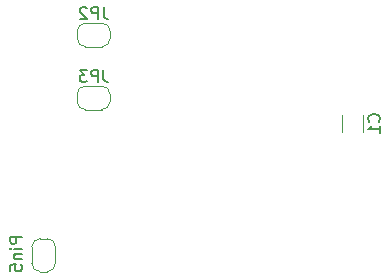
<source format=gbr>
%TF.GenerationSoftware,KiCad,Pcbnew,8.0.5-8.0.5-0~ubuntu22.04.1*%
%TF.CreationDate,2024-10-17T08:41:24+02:00*%
%TF.ProjectId,SerialSniffer_kicad,53657269-616c-4536-9e69-666665725f6b,rev?*%
%TF.SameCoordinates,Original*%
%TF.FileFunction,Legend,Bot*%
%TF.FilePolarity,Positive*%
%FSLAX46Y46*%
G04 Gerber Fmt 4.6, Leading zero omitted, Abs format (unit mm)*
G04 Created by KiCad (PCBNEW 8.0.5-8.0.5-0~ubuntu22.04.1) date 2024-10-17 08:41:24*
%MOMM*%
%LPD*%
G01*
G04 APERTURE LIST*
%ADD10C,0.150000*%
%ADD11C,0.120000*%
G04 APERTURE END LIST*
D10*
X84528819Y-96899429D02*
X83528819Y-96899429D01*
X83528819Y-96899429D02*
X83528819Y-97280381D01*
X83528819Y-97280381D02*
X83576438Y-97375619D01*
X83576438Y-97375619D02*
X83624057Y-97423238D01*
X83624057Y-97423238D02*
X83719295Y-97470857D01*
X83719295Y-97470857D02*
X83862152Y-97470857D01*
X83862152Y-97470857D02*
X83957390Y-97423238D01*
X83957390Y-97423238D02*
X84005009Y-97375619D01*
X84005009Y-97375619D02*
X84052628Y-97280381D01*
X84052628Y-97280381D02*
X84052628Y-96899429D01*
X84528819Y-97899429D02*
X83862152Y-97899429D01*
X83528819Y-97899429D02*
X83576438Y-97851810D01*
X83576438Y-97851810D02*
X83624057Y-97899429D01*
X83624057Y-97899429D02*
X83576438Y-97947048D01*
X83576438Y-97947048D02*
X83528819Y-97899429D01*
X83528819Y-97899429D02*
X83624057Y-97899429D01*
X83862152Y-98375619D02*
X84528819Y-98375619D01*
X83957390Y-98375619D02*
X83909771Y-98423238D01*
X83909771Y-98423238D02*
X83862152Y-98518476D01*
X83862152Y-98518476D02*
X83862152Y-98661333D01*
X83862152Y-98661333D02*
X83909771Y-98756571D01*
X83909771Y-98756571D02*
X84005009Y-98804190D01*
X84005009Y-98804190D02*
X84528819Y-98804190D01*
X83528819Y-99756571D02*
X83528819Y-99280381D01*
X83528819Y-99280381D02*
X84005009Y-99232762D01*
X84005009Y-99232762D02*
X83957390Y-99280381D01*
X83957390Y-99280381D02*
X83909771Y-99375619D01*
X83909771Y-99375619D02*
X83909771Y-99613714D01*
X83909771Y-99613714D02*
X83957390Y-99708952D01*
X83957390Y-99708952D02*
X84005009Y-99756571D01*
X84005009Y-99756571D02*
X84100247Y-99804190D01*
X84100247Y-99804190D02*
X84338342Y-99804190D01*
X84338342Y-99804190D02*
X84433580Y-99756571D01*
X84433580Y-99756571D02*
X84481200Y-99708952D01*
X84481200Y-99708952D02*
X84528819Y-99613714D01*
X84528819Y-99613714D02*
X84528819Y-99375619D01*
X84528819Y-99375619D02*
X84481200Y-99280381D01*
X84481200Y-99280381D02*
X84433580Y-99232762D01*
X91434333Y-77445819D02*
X91434333Y-78160104D01*
X91434333Y-78160104D02*
X91481952Y-78302961D01*
X91481952Y-78302961D02*
X91577190Y-78398200D01*
X91577190Y-78398200D02*
X91720047Y-78445819D01*
X91720047Y-78445819D02*
X91815285Y-78445819D01*
X90958142Y-78445819D02*
X90958142Y-77445819D01*
X90958142Y-77445819D02*
X90577190Y-77445819D01*
X90577190Y-77445819D02*
X90481952Y-77493438D01*
X90481952Y-77493438D02*
X90434333Y-77541057D01*
X90434333Y-77541057D02*
X90386714Y-77636295D01*
X90386714Y-77636295D02*
X90386714Y-77779152D01*
X90386714Y-77779152D02*
X90434333Y-77874390D01*
X90434333Y-77874390D02*
X90481952Y-77922009D01*
X90481952Y-77922009D02*
X90577190Y-77969628D01*
X90577190Y-77969628D02*
X90958142Y-77969628D01*
X90005761Y-77541057D02*
X89958142Y-77493438D01*
X89958142Y-77493438D02*
X89862904Y-77445819D01*
X89862904Y-77445819D02*
X89624809Y-77445819D01*
X89624809Y-77445819D02*
X89529571Y-77493438D01*
X89529571Y-77493438D02*
X89481952Y-77541057D01*
X89481952Y-77541057D02*
X89434333Y-77636295D01*
X89434333Y-77636295D02*
X89434333Y-77731533D01*
X89434333Y-77731533D02*
X89481952Y-77874390D01*
X89481952Y-77874390D02*
X90053380Y-78445819D01*
X90053380Y-78445819D02*
X89434333Y-78445819D01*
X91419333Y-82779819D02*
X91419333Y-83494104D01*
X91419333Y-83494104D02*
X91466952Y-83636961D01*
X91466952Y-83636961D02*
X91562190Y-83732200D01*
X91562190Y-83732200D02*
X91705047Y-83779819D01*
X91705047Y-83779819D02*
X91800285Y-83779819D01*
X90943142Y-83779819D02*
X90943142Y-82779819D01*
X90943142Y-82779819D02*
X90562190Y-82779819D01*
X90562190Y-82779819D02*
X90466952Y-82827438D01*
X90466952Y-82827438D02*
X90419333Y-82875057D01*
X90419333Y-82875057D02*
X90371714Y-82970295D01*
X90371714Y-82970295D02*
X90371714Y-83113152D01*
X90371714Y-83113152D02*
X90419333Y-83208390D01*
X90419333Y-83208390D02*
X90466952Y-83256009D01*
X90466952Y-83256009D02*
X90562190Y-83303628D01*
X90562190Y-83303628D02*
X90943142Y-83303628D01*
X90038380Y-82779819D02*
X89419333Y-82779819D01*
X89419333Y-82779819D02*
X89752666Y-83160771D01*
X89752666Y-83160771D02*
X89609809Y-83160771D01*
X89609809Y-83160771D02*
X89514571Y-83208390D01*
X89514571Y-83208390D02*
X89466952Y-83256009D01*
X89466952Y-83256009D02*
X89419333Y-83351247D01*
X89419333Y-83351247D02*
X89419333Y-83589342D01*
X89419333Y-83589342D02*
X89466952Y-83684580D01*
X89466952Y-83684580D02*
X89514571Y-83732200D01*
X89514571Y-83732200D02*
X89609809Y-83779819D01*
X89609809Y-83779819D02*
X89895523Y-83779819D01*
X89895523Y-83779819D02*
X89990761Y-83732200D01*
X89990761Y-83732200D02*
X90038380Y-83684580D01*
X114731580Y-87131333D02*
X114779200Y-87083714D01*
X114779200Y-87083714D02*
X114826819Y-86940857D01*
X114826819Y-86940857D02*
X114826819Y-86845619D01*
X114826819Y-86845619D02*
X114779200Y-86702762D01*
X114779200Y-86702762D02*
X114683961Y-86607524D01*
X114683961Y-86607524D02*
X114588723Y-86559905D01*
X114588723Y-86559905D02*
X114398247Y-86512286D01*
X114398247Y-86512286D02*
X114255390Y-86512286D01*
X114255390Y-86512286D02*
X114064914Y-86559905D01*
X114064914Y-86559905D02*
X113969676Y-86607524D01*
X113969676Y-86607524D02*
X113874438Y-86702762D01*
X113874438Y-86702762D02*
X113826819Y-86845619D01*
X113826819Y-86845619D02*
X113826819Y-86940857D01*
X113826819Y-86940857D02*
X113874438Y-87083714D01*
X113874438Y-87083714D02*
X113922057Y-87131333D01*
X114826819Y-88083714D02*
X114826819Y-87512286D01*
X114826819Y-87798000D02*
X113826819Y-87798000D01*
X113826819Y-87798000D02*
X113969676Y-87702762D01*
X113969676Y-87702762D02*
X114064914Y-87607524D01*
X114064914Y-87607524D02*
X114112533Y-87512286D01*
D11*
%TO.C,JP1*%
X85360000Y-99140000D02*
X85360000Y-97740000D01*
X86060000Y-97040000D02*
X86660000Y-97040000D01*
X86660000Y-99840000D02*
X86060000Y-99840000D01*
X87360000Y-97740000D02*
X87360000Y-99140000D01*
X85360000Y-97740000D02*
G75*
G02*
X86060000Y-97040000I699999J1D01*
G01*
X86060000Y-99840000D02*
G75*
G02*
X85360000Y-99140000I0J700000D01*
G01*
X86660000Y-97040000D02*
G75*
G02*
X87360000Y-97740000I1J-699999D01*
G01*
X87360000Y-99140000D02*
G75*
G02*
X86660000Y-99840000I-700000J0D01*
G01*
%TO.C,JP2*%
X89201000Y-80091000D02*
X89201000Y-79491000D01*
X89901000Y-78791000D02*
X91301000Y-78791000D01*
X91301000Y-80791000D02*
X89901000Y-80791000D01*
X92001000Y-79491000D02*
X92001000Y-80091000D01*
X89201000Y-79491000D02*
G75*
G02*
X89901000Y-78791000I700000J0D01*
G01*
X89901000Y-80791000D02*
G75*
G02*
X89201000Y-80091000I0J700000D01*
G01*
X91301000Y-78791000D02*
G75*
G02*
X92001000Y-79491000I1J-699999D01*
G01*
X92001000Y-80091000D02*
G75*
G02*
X91301000Y-80791000I-699999J-1D01*
G01*
%TO.C,JP3*%
X89186000Y-85425000D02*
X89186000Y-84825000D01*
X89886000Y-84125000D02*
X91286000Y-84125000D01*
X91286000Y-86125000D02*
X89886000Y-86125000D01*
X91986000Y-84825000D02*
X91986000Y-85425000D01*
X89186000Y-84825000D02*
G75*
G02*
X89886000Y-84125000I700000J0D01*
G01*
X89886000Y-86125000D02*
G75*
G02*
X89186000Y-85425000I0J700000D01*
G01*
X91286000Y-84125000D02*
G75*
G02*
X91986000Y-84825000I1J-699999D01*
G01*
X91986000Y-85425000D02*
G75*
G02*
X91286000Y-86125000I-699999J-1D01*
G01*
%TO.C,C1*%
X111612000Y-86586748D02*
X111612000Y-88009252D01*
X113432000Y-86586748D02*
X113432000Y-88009252D01*
%TD*%
M02*

</source>
